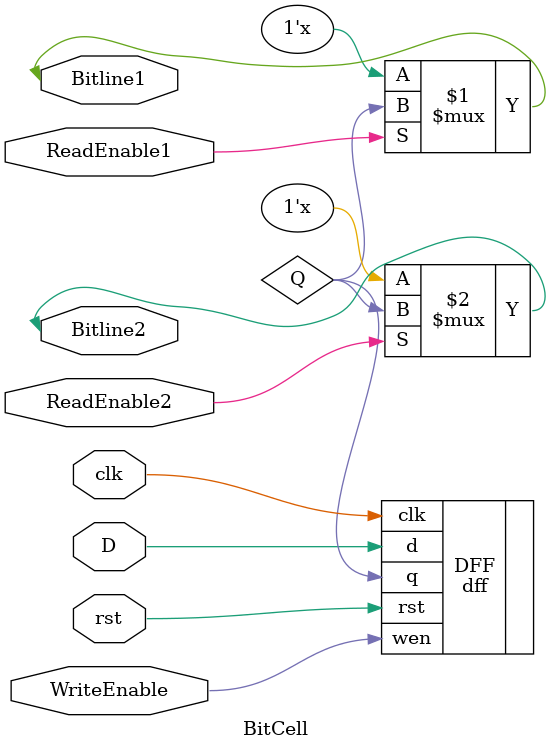
<source format=v>
module BitCell(clk, rst, D, WriteEnable, ReadEnable1, ReadEnable2, Bitline1, Bitline2);

	// INPUTS AND OUTPUTS
	input clk, rst;
	input D;
	input WriteEnable, ReadEnable1, ReadEnable2;
	inout Bitline1, Bitline2;

	// Intermediate variables
	wire Q;

	/////////////////////////////////////////////
	// Each bit cell consists of a D-Flip Flop //
	// and two tri-state buffer		   //
	/////////////////////////////////////////////
	
	// D-Flip Flop
	dff DFF(.q(Q), .d(D), .wen(WriteEnable), .clk(clk), .rst(rst));

	// Tri-states
	assign Bitline1 = (ReadEnable1) ? Q : 1'bz;
	assign Bitline2 = (ReadEnable2) ? Q : 1'bz;

endmodule

</source>
